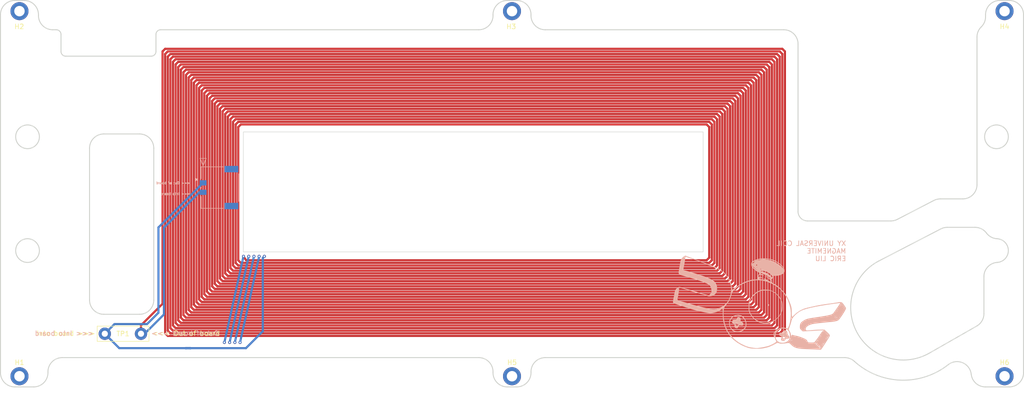
<source format=kicad_pcb>
(kicad_pcb (version 20221018) (generator pcbnew)
  (title_block (title "Magnemite ") (date "2024-05-08") (rev "2.0") (comment 1 "Designed by: Eric Liu"))
  (layers (0 "F.Cu" signal) (1 "In1.Cu" signal) (2 "In2.Cu" signal) (3 "In3.Cu" signal) (4 "In4.Cu" signal) (31 "B.Cu" signal) (34 "B.Paste" user) (35 "F.Paste" user) (36 "B.SilkS" user "B.Silkscreen") (37 "F.SilkS" user "F.Silkscreen") (38 "B.Mask" user) (39 "F.Mask" user) (44 "Edge.Cuts" user))
  (net 0 "")
  (net 7 "COIL_1")
  (net 8 "COIL_2")
  (footprint "MountingHole:MountingHole_2.2mm_M2_DIN965_Pad_TopBottom" (layer "F.Cu") (at 52.371631 50.586)
    (fp_text reference "H2" (at -0.047631 3.262) (layer "F.SilkS"))
    (fp_text value "~")
    (pad "1" thru_hole circle (at 0 0) (size 2.6 2.6) (drill 2.2) (layers "*.Cu" "*.Mask"))
    (pad "1" connect circle (at 0 0) (size 3.8 3.8) (layers "F.Cu" "F.Mask"))
    (pad "1" connect circle (at 0 0) (size 3.8 3.8) (layers "B.Cu" "B.Mask"))
  )
  (footprint "panels:TestPointConnection" (layer "F.Cu") (at 74.168 119.126)
    (fp_text reference "TP1" (at 0 -0.5 unlocked) (layer "F.SilkS"))
    (fp_text value "Start/End of Coil Series" hide)
    (pad "1" thru_hole circle (at -3.82 -0.5) (size 2.6 2.6) (drill 1.3) (layers "*.Cu" "*.Mask") (net 8 "COIL_2"))
    (pad "2" thru_hole circle (at 3.8 -0.5) (size 2.6 2.6) (drill 1.3) (layers "*.Cu" "*.Mask") (net 7 "COIL_1"))
  )
  (footprint "panels:2053380002" (layer "F.Cu") (at 91.053001 86.799003 -90)
    (fp_text reference "J1" hide)
    (fp_text value "2053380002" hide)
    (fp_text user "*" (at -0.693003 1.137001 90) (layer "B.SilkS") (effects (justify mirror)))
    (pad "1" smd rect (at 0 0 270) (size 1.1 1.45) (layers "B.Cu" "B.Paste" "B.Mask") (net 8 "COIL_2"))
    (pad "2" smd rect (at 2.000001 0 270) (size 1.1 1.45) (layers "B.Cu" "B.Paste" "B.Mask") (net 7 "COIL_1"))
    (pad "3" smd rect (at -2.894998 -5.974999 270) (size 1.35 2.899999) (layers "B.Cu" "B.Paste" "B.Mask"))
    (pad "4" smd rect (at 4.894997 -5.974999 270) (size 1.35 2.899999) (layers "B.Cu" "B.Paste" "B.Mask"))
  )
  (footprint "MountingHole:MountingHole_2.2mm_M2_DIN965_Pad_TopBottom" (layer "F.Cu") (at 156.121631 50.586)
    (fp_text reference "H3" (at -0.165631 3.262) (layer "F.SilkS"))
    (fp_text value "~")
    (pad "1" thru_hole circle (at 0 0) (size 2.6 2.6) (drill 2.2) (layers "*.Cu" "*.Mask"))
    (pad "1" connect circle (at 0 0) (size 3.8 3.8) (layers "F.Cu" "F.Mask"))
    (pad "1" connect circle (at 0 0) (size 3.8 3.8) (layers "B.Cu" "B.Mask"))
  )
  (footprint "MountingHole:MountingHole_2.2mm_M2_DIN965_Pad_TopBottom" (layer "F.Cu") (at 259.871631 127.586)
    (fp_text reference "H6" (at 0 -2.9) (layer "F.SilkS"))
    (fp_text value "~")
    (pad "1" thru_hole circle (at 0 0) (size 2.6 2.6) (drill 2.2) (layers "*.Cu" "*.Mask"))
    (pad "1" connect circle (at 0 0) (size 3.8 3.8) (layers "F.Cu" "F.Mask"))
    (pad "1" connect circle (at 0 0) (size 3.8 3.8) (layers "B.Cu" "B.Mask"))
  )
  (footprint "MountingHole:MountingHole_2.2mm_M2_DIN965_Pad_TopBottom" (layer "F.Cu") (at 156.121631 127.586)
    (fp_text reference "H5" (at 0 -2.9) (layer "F.SilkS"))
    (fp_text value "~")
    (pad "1" thru_hole circle (at 0 0) (size 2.6 2.6) (drill 2.2) (layers "*.Cu" "*.Mask"))
    (pad "1" connect circle (at 0 0) (size 3.8 3.8) (layers "F.Cu" "F.Mask"))
    (pad "1" connect circle (at 0 0) (size 3.8 3.8) (layers "B.Cu" "B.Mask"))
  )
  (footprint "MountingHole:MountingHole_2.2mm_M2_DIN965_Pad_TopBottom" (layer "F.Cu") (at 52.371631 127.586)
    (fp_text reference "H1" (at 0 -2.9) (layer "F.SilkS"))
    (fp_text value "~")
    (pad "1" thru_hole circle (at 0 0) (size 2.6 2.6) (drill 2.2) (layers "*.Cu" "*.Mask"))
    (pad "1" connect circle (at 0 0) (size 3.8 3.8) (layers "F.Cu" "F.Mask"))
    (pad "1" connect circle (at 0 0) (size 3.8 3.8) (layers "B.Cu" "B.Mask"))
  )
  (footprint "MountingHole:MountingHole_2.2mm_M2_DIN965_Pad_TopBottom" (layer "F.Cu") (at 259.871631 50.586)
    (fp_text reference "H4" (at 0 3.262) (layer "F.SilkS"))
    (fp_text value "~")
    (pad "1" thru_hole circle (at 0 0) (size 2.6 2.6) (drill 2.2) (layers "*.Cu" "*.Mask"))
    (pad "1" connect circle (at 0 0) (size 3.8 3.8) (layers "F.Cu" "F.Mask"))
    (pad "1" connect circle (at 0 0) (size 3.8 3.8) (layers "B.Cu" "B.Mask"))
  )
  (footprint "NetTie:NetTie-2_SMD_Pad0.5mm" (layer "B.Cu") (at 87.892 121.666 180)
    (fp_text reference "NT1" hide)
    (fp_text value "NetTie_2" hide)
    (fp_poly (pts (xy -0.5 0.25) (xy 0.5 0.25) (xy 0.5 -0.25) (xy -0.5 -0.25)) (fill solid) (layer "B.Cu"))
    (pad "1" smd circle (at -0.5 0 180) (size 0.5 0.5) (layers "B.Cu") (net 7 "COIL_1"))
    (pad "2" smd circle (at 0.5 0 180) (size 0.5 0.5) (layers "B.Cu") (net 8 "COIL_2"))
  )
  (footprint "panels:logo_magtorquer" (layer "B.Cu") (at 208.28 112.014 180)
    (fp_text reference "G***" hide)
    (fp_text value "LOGO" hide)
  )
  (gr_line (start 160.121631 126.836) (end 160.121631 126.661) (stroke (width 0.2)) (layer "Edge.Cuts"))
  (gr_arc (start 248.017869 125.143714) (mid 237.996342 128.412213) (end 228.232362 124.439949) (stroke (width 0.2)) (layer "Edge.Cuts"))
  (gr_arc (start 160.121631 126.661) (mid 161.000312 124.53969) (end 163.121631 123.661) (stroke (width 0.2)) (layer "Edge.Cuts"))
  (gr_line (start 163.121631 123.661) (end 226.215698 123.661) (stroke (width 0.2)) (layer "Edge.Cuts"))
  (gr_arc (start 59.371631 54.511) (mid 57.250291 53.632331) (end 56.371631 51.511) (stroke (width 0.2)) (layer "Edge.Cuts"))
  (gr_circle (center 258.171631 77.086) (end 258.171631 74.586) (stroke (width 0.2)) (fill none) (layer "Edge.Cuts"))
  (gr_arc (start 58.371631 126.836) (mid 57.492953 128.957331) (end 55.371631 129.836) (stroke (width 0.2)) (layer "Edge.Cuts"))
  (gr_line (start 70.134831 76.4899) (end 77.659631 76.4899) (stroke (width 0.2)) (layer "Edge.Cuts"))
  (gr_line (start 56.371631 51.511) (end 56.371631 51.336) (stroke (width 0.2)) (layer "Edge.Cuts"))
  (gr_arc (start 80.659631 111.5239) (mid 79.780953 113.645231) (end 77.659631 114.5239) (stroke (width 0.2)) (layer "Edge.Cuts"))
  (gr_arc (start 160.121631 126.836) (mid 159.242953 128.957331) (end 157.121631 129.836) (stroke (width 0.2)) (layer "Edge.Cuts"))
  (gr_arc (start 152.121631 51.511) (mid 151.242953 53.632331) (end 149.121631 54.511) (stroke (width 0.2)) (layer "Edge.Cuts"))
  (gr_arc (start 149.121631 123.661) (mid 151.242932 124.53969) (end 152.121631 126.661) (stroke (width 0.2)) (layer "Edge.Cuts"))
  (gr_line (start 157.121631 48.336) (end 155.121631 48.336) (stroke (width 0.2)) (layer "Edge.Cuts"))
  (gr_line (start 155.121631 129.836) (end 157.121631 129.836) (stroke (width 0.2)) (layer "Edge.Cuts"))
  (gr_line (start 77.659631 114.5239) (end 70.134831 114.5239) (stroke (width 0.2)) (layer "Edge.Cuts"))
  (gr_line (start 152.121631 126.661) (end 152.121631 126.836) (stroke (width 0.2)) (layer "Edge.Cuts"))
  (gr_arc (start 58.371631 126.661) (mid 59.250312 124.53969) (end 61.371631 123.661) (stroke (width 0.2)) (layer "Edge.Cuts"))
  (gr_arc (start 152.121631 51.336) (mid 153.000312 49.21469) (end 155.121631 48.336) (stroke (width 0.2)) (layer "Edge.Cuts"))
  (gr_line (start 255.834505 129.836) (end 260.871631 129.836) (stroke (width 0.2)) (layer "Edge.Cuts"))
  (gr_arc (start 155.121631 129.836) (mid 153.000291 128.957331) (end 152.121631 126.836) (stroke (width 0.2)) (layer "Edge.Cuts"))
  (gr_arc (start 157.121631 48.336) (mid 159.242932 49.21469) (end 160.121631 51.336) (stroke (width 0.2)) (layer "Edge.Cuts"))
  (gr_line (start 149.121631 54.511) (end 82.121631 54.511) (stroke (width 0.2)) (layer "Edge.Cuts"))
  (gr_arc (start 163.121631 54.511) (mid 161.000291 53.632331) (end 160.121631 51.511) (stroke (width 0.2)) (layer "Edge.Cuts"))
  (gr_line (start 81.121631 55.511) (end 81.121631 59.086) (stroke (width 0.2)) (layer "Edge.Cuts"))
  (gr_arc (start 81.121631 59.086) (mid 80.82874 59.793117) (end 80.121631 60.086) (stroke (width 0.2)) (layer "Edge.Cuts"))
  (gr_arc (start 67.134831 79.4899) (mid 68.013512 77.36859) (end 70.134831 76.4899) (stroke (width 0.2)) (layer "Edge.Cuts"))
  (gr_arc (start 51.371631 129.836) (mid 49.250291 128.957331) (end 48.371631 126.836) (stroke (width 0.2)) (layer "Edge.Cuts"))
  (gr_line (start 247.807463 96.186) (end 253.661528 96.186) (stroke (width 0.2)) (layer "Edge.Cuts"))
  (gr_arc (start 260.871631 48.336) (mid 262.992932 49.21469) (end 263.871631 51.336) (stroke (width 0.2)) (layer "Edge.Cuts"))
  (gr_line (start 160.121631 51.511) (end 160.121631 51.336) (stroke (width 0.2)) (layer "Edge.Cuts"))
  (gr_arc (start 48.371631 51.336) (mid 49.250312 49.21469) (end 51.371631 48.336) (stroke (width 0.2)) (layer "Edge.Cuts"))
  (gr_arc (start 81.121631 55.511) (mid 81.414526 54.803904) (end 82.121631 54.511) (stroke (width 0.2)) (layer "Edge.Cuts"))
  (gr_line (start 61.121631 59.086) (end 61.121631 55.511) (stroke (width 0.2)) (layer "Edge.Cuts"))
  (gr_line (start 61.371631 123.661) (end 149.121631 123.661) (stroke (width 0.2)) (layer "Edge.Cuts"))
  (gr_arc (start 254.066488 56.049108) (mid 254.301325 54.885557) (end 254.96906 53.904162) (stroke (width 0.2)) (layer "Edge.Cuts"))
  (gr_line (start 60.121631 54.511) (end 59.371631 54.511) (stroke (width 0.2)) (layer "Edge.Cuts"))
  (gr_arc (start 244.965495 90.522253) (mid 245.635316 90.27127) (end 246.345513 90.186) (stroke (width 0.2)) (layer "Edge.Cuts"))
  (gr_arc (start 253.661528 96.186) (mid 255.005385 96.503841) (end 256.064509 97.389982) (stroke (width 0.2)) (layer "Edge.Cuts"))
  (gr_arc (start 255.526488 114.395724) (mid 255.121468 115.901047) (end 254.015803 116.99994) (stroke (width 0.2)) (layer "Edge.Cuts"))
  (gr_line (start 235.908015 94.836) (end 218.371631 94.836) (stroke (width 0.2)) (layer "Edge.Cuts"))
  (gr_arc (start 255.871631 51.336) (mid 256.750312 49.21469) (end 258.871631 48.336) (stroke (width 0.2)) (layer "Edge.Cuts"))
  (gr_line (start 254.015803 116.99994) (end 244.041836 122.703911) (stroke (width 0.2)) (layer "Edge.Cuts"))
  (gr_line (start 152.121631 51.336) (end 152.121631 51.511) (stroke (width 0.2)) (layer "Edge.Cuts"))
  (gr_arc (start 258.306112 98.58962) (mid 260.671566 101.072567) (end 258.33293 103.580791) (stroke (width 0.2)) (layer "Edge.Cuts"))
  (gr_arc (start 77.659631 76.4899) (mid 79.780932 77.36859) (end 80.659631 79.4899) (stroke (width 0.2)) (layer "Edge.Cuts"))
  (gr_line (start 67.134831 111.5239) (end 67.134831 79.4899) (stroke (width 0.2)) (layer "Edge.Cuts"))
  (gr_arc (start 263.871631 126.836) (mid 262.992953 128.957331) (end 260.871631 129.836) (stroke (width 0.2)) (layer "Edge.Cuts"))
  (gr_arc (start 53.371631 48.336) (mid 55.492932 49.21469) (end 56.371631 51.336) (stroke (width 0.2)) (layer "Edge.Cuts"))
  (gr_arc (start 255.526488 106.57454) (mid 256.337789 104.522765) (end 258.33293 103.580791) (stroke (width 0.2)) (layer "Edge.Cuts"))
  (gr_arc (start 255.871631 51.759216) (mid 255.636794 52.922768) (end 254.96906 53.904162) (stroke (width 0.2)) (layer "Edge.Cuts"))
  (gr_arc (start 258.306112 98.58962) (mid 257.05196 98.23898) (end 256.064509 97.389982) (stroke (width 0.2)) (layer "Edge.Cuts"))
  (gr_line (start 254.066488 56.049108) (end 254.066488 87.186) (stroke (width 0.2)) (layer "Edge.Cuts"))
  (gr_line (start 251.066488 90.186) (end 246.345513 90.186) (stroke (width 0.2)) (layer "Edge.Cuts"))
  (gr_line (start 80.121631 60.086) (end 62.121631 60.086) (stroke (width 0.2)) (layer "Edge.Cuts"))
  (gr_circle (center 54.071631 77.086) (end 54.071631 74.586) (stroke (width 0.2)) (fill none) (layer "Edge.Cuts"))
  (gr_arc (start 226.215698 123.661) (mid 227.296645 123.862483) (end 228.232362 124.439949) (stroke (width 0.2)) (layer "Edge.Cuts"))
  (gr_line (start 255.526488 106.57454) (end 255.526488 114.395724) (stroke (width 0.2)) (layer "Edge.Cuts"))
  (gr_line (start 255.871631 51.336) (end 255.871631 51.759216) (stroke (width 0.2)) (layer "Edge.Cuts"))
  (gr_arc (start 70.134831 114.5239) (mid 68.013491 113.645231) (end 67.134831 111.5239) (stroke (width 0.2)) (layer "Edge.Cuts"))
  (gr_line (start 233.444793 103.248229) (end 246.427444 96.522253) (stroke (width 0.2)) (layer "Edge.Cuts"))
  (gr_arc (start 254.066488 87.186) (mid 253.187808 89.307316) (end 251.066488 90.186) (stroke (width 0.2)) (layer "Edge.Cuts"))
  (gr_line (start 48.371631 51.336) (end 48.371631 126.836) (stroke (width 0.2)) (layer "Edge.Cuts"))
  (gr_line (start 51.371631 129.836) (end 55.371631 129.836) (stroke (width 0.2)) (layer "Edge.Cuts"))
  (gr_arc (start 244.041836 122.703911) (mid 228.811572 118.385659) (end 233.444793 103.248229) (stroke (width 0.2)) (layer "Edge.Cuts"))
  (gr_line (start 216.371631 92.836) (end 216.371631 57.511) (stroke (width 0.2)) (layer "Edge.Cuts"))
  (gr_line (start 263.871631 126.836) (end 263.871631 51.336) (stroke (width 0.2)) (layer "Edge.Cuts"))
  (gr_arc (start 60.121631 54.511) (mid 60.828718 54.803904) (end 61.121631 55.511) (stroke (width 0.2)) (layer "Edge.Cuts"))
  (gr_line (start 244.965495 90.522253) (end 237.288034 94.499747) (stroke (width 0.2)) (layer "Edge.Cuts"))
  (gr_arc (start 62.121631 60.086) (mid 61.414505 59.793117) (end 61.121631 59.086) (stroke (width 0.2)) (layer "Edge.Cuts"))
  (gr_line (start 58.371631 126.836) (end 58.371631 126.661) (stroke (width 0.2)) (layer "Edge.Cuts"))
  (gr_arc (start 237.288034 94.499747) (mid 236.618211 94.75072) (end 235.908015 94.836) (stroke (width 0.2)) (layer "Edge.Cuts"))
  (gr_arc (start 248.017869 125.143714) (mid 251.03073 124.735427) (end 252.853068 127.169217) (stroke (width 0.2)) (layer "Edge.Cuts"))
  (gr_arc (start 255.834505 129.836) (mid 253.834488 129.072001) (end 252.853068 127.169217) (stroke (width 0.2)) (layer "Edge.Cuts"))
  (gr_line (start 213.371631 54.511) (end 163.121631 54.511) (stroke (width 0.2)) (layer "Edge.Cuts"))
  (gr_arc (start 213.371631 54.511) (mid 215.492932 55.38969) (end 216.371631 57.511) (stroke (width 0.2)) (layer "Edge.Cuts"))
  (gr_line (start 53.371631 48.336) (end 51.371631 48.336) (stroke (width 0.2)) (layer "Edge.Cuts"))
  (gr_circle (center 54.071631 101.086) (end 54.071631 98.586) (stroke (width 0.2)) (fill none) (layer "Edge.Cuts"))
  (gr_line (start 260.871631 48.336) (end 258.871631 48.336) (stroke (width 0.2)) (layer "Edge.Cuts"))
  (gr_rect (start 99.541305 76.058373) (end 196.378 101.362) (stroke (width 0.1)) (fill none) (layer "Edge.Cuts"))
  (gr_arc (start 218.371631 94.836) (mid 216.957398 94.250224) (end 216.371631 92.836) (stroke (width 0.2)) (layer "Edge.Cuts"))
  (gr_arc (start 246.427444 96.522253) (mid 247.097268 96.271283) (end 247.807463 96.186) (stroke (width 0.2)) (layer "Edge.Cuts"))
  (gr_line (start 80.659631 79.4899) (end 80.659631 111.5239) (stroke (width 0.2)) (layer "Edge.Cuts"))
  (gr_text "<<< Out of board" (at 88.392 87.122) (layer "B.SilkS") (effects (font (size 0.5 0.5) (thickness 0.125)) (justify left bottom mirror)))
  (gr_text "Out of board >>>" (at 94.488 119.126) (layer "B.SilkS") (effects (font (size 1 1)) (justify left bottom mirror)))
  (gr_text "<<< Into board" (at 88.392 89.408) (layer "B.SilkS") (effects (font (size 0.5 0.5) (thickness 0.125)) (justify left bottom mirror)))
  (gr_text "<<< Into board" (at 68.072 119.126) (layer "B.SilkS") (effects (font (size 1 1)) (justify left bottom mirror)))
  (gr_text "XY UNIVERSAL COIL\nMAGNEMITE \nERIC LIU" (at 226.568 103.378) (layer "B.SilkS") (effects (font (size 1 1)) (justify left bottom mirror)))
  (gr_text "<<< Out of board" (at 80.264 119.126) (layer "F.SilkS") (effects (font (size 1 1)) (justify left bottom)))
  (gr_text "Into board >>>" (at 55.88 119.126) (layer "F.SilkS") (effects (font (size 1 1)) (justify left bottom)))
  (segment (start 212.511 117.43) (end 212.511 60.18) (width 0.45) (layer "F.Cu") (net 7))
  (segment (start 206.461 112.48) (end 90.211 112.48) (width 0.45) (layer "F.Cu") (net 7))
  (segment (start 213.610999 59.08) (end 213.060999 58.53) (width 0.45) (layer "F.Cu") (net 7))
  (segment (start 208.661 62.93) (end 209.211 63.48) (width 0.45) (layer "F.Cu") (net 7))
  (segment (start 203.711 108.629999) (end 203.161 109.18) (width 0.45) (layer "F.Cu") (net 7))
  (segment (start 85.261 60.73) (end 210.860999 60.73) (width 0.45) (layer "F.Cu") (net 7))
  (segment (start 85.811 116.88) (end 85.261 116.33) (width 0.45) (layer "F.Cu") (net 7))
  (segment (start 208.110999 114.13) (end 88.561 114.13) (width 0.45) (layer "F.Cu") (net 7))
  (segment (start 202.060999 69.53) (end 202.610999 70.08) (width 0.45) (layer "F.Cu") (net 7))
  (segment (start 198.761 104.78) (end 97.911 104.78) (width 0.45) (layer "F.Cu") (net 7))
  (segment (start 92.411 68.98) (end 92.411 109.179999) (width 0.45) (layer "F.Cu") (net 7))
  (segment (start 211.961 60.73) (end 211.961 116.879999) (width 0.45) (layer "F.Cu") (net 7))
  (segment (start 92.411 67.88) (end 203.711 67.88) (width 0.45) (layer "F.Cu") (net 7))
  (segment (start 94.611 70.08) (end 201.511 70.08) (width 0.45) (layer "F.Cu") (net 7))
  (segment (start 94.061 108.63) (end 93.511 108.08) (width 0.45) (layer "F.Cu") (net 7))
  (segment (start 199.860999 71.73) (end 200.410999 72.28) (width 0.45) (layer "F.Cu") (net 7))
  (segment (start 200.410999 72.28) (end 200.410999 105.33) (width 0.45) (layer "F.Cu") (net 7))
  (segment (start 212.511 118.53) (end 213.061 117.98) (width 0.45) (layer "F.Cu") (net 7))
  (segment (start 89.111 113.58) (end 88.561 113.03) (width 0.45) (layer "F.Cu") (net 7))
  (segment (start 198.761 72.83) (end 199.311 73.38) (width 0.45) (layer "F.Cu") (net 7))
  (segment (start 197.110999 103.13) (end 100.111 103.13) (width 0.45) (layer "F.Cu") (net 7))
  (segment (start 96.811 72.28) (end 199.310999 72.28) (width 0.45) (layer "F.Cu") (net 7))
  (segment (start 197.660999 75.03) (end 197.660999 102.58) (width 0.45) (layer "F.Cu") (net 7))
  (segment (start 203.161 109.18) (end 93.511 109.18) (width 0.45) (layer "F.Cu") (net 7))
  (segment (start 77.968 116.85) (end 77.968 118.626) (width 0.45) (layer "F.Cu") (net 7))
  (segment (start 84.161 117.43) (end 84.711 117.98) (width 0.45) (layer "F.Cu") (net 7))
  (segment (start 90.211 66.78) (end 90.211 111.38) (width 0.45) (layer "F.Cu") (net 7))
  (segment (start 200.410999 105.33) (end 199.860999 105.88) (width 0.45) (layer "F.Cu") (net 7))
  (segment (start 200.411 106.43) (end 96.261 106.43) (width 0.45) (layer "F.Cu") (net 7))
  (segment (start 90.761 66.23) (end 205.360999 66.23) (width 0.45) (layer "F.Cu") (net 7))
  (segment (start 88.561 65.13) (end 88.561 113.03) (width 0.45) (layer "F.Cu") (net 7))
  (segment (start 213.060999 119.08) (end 213.610999 118.53) (width 0.45) (layer "F.Cu") (net 7))
  (segment (start 204.810999 66.78) (end 205.360999 67.33) (width 0.45) (layer "F.Cu") (net 7))
  (segment (start 199.860999 104.78) (end 199.310999 105.33) (width 0.45) (layer "F.Cu") (net 7))
  (segment (start 204.811 67.88) (end 204.811 109.73) (width 0.45) (layer "F.Cu") (net 7))
  (segment (start 205.911 65.68) (end 206.461 66.23) (width 0.45) (layer "F.Cu") (net 7))
  (segment (start 205.360999 110.28) (end 204.810999 110.83) (width 0.45) (layer "F.Cu") (net 7))
  (segment (start 204.261 67.33) (end 204.811 67.88) (width 0.45) (layer "F.Cu") (net 7))
  (segment (start 204.261 68.43) (end 204.261 109.18) (width 0.45) (layer "F.Cu") (net 7))
  (segment (start 97.911 74.48) (end 98.461 73.93) (width 0.45) (layer "F.Cu") (net 7))
  (segment (start 208.660999 64.03) (end 208.660999 113.58) (width 0.45) (layer "F.Cu") (net 7))
  (segment (start 208.660999 113.58) (end 208.110999 114.13) (width 0.45) (layer "F.Cu") (net 7))
  (segment (start 197.661 73.93) (end 198.211 74.48) (width 0.45) (layer "F.Cu") (net 7))
  (segment (start 197.110999 74.48) (end 197.660999 75.03) (width 0.45) (layer "F.Cu") (net 7))
  (segment (start 198.761 103.68) (end 198.211 104.23) (width 0.45) (layer "F.Cu") (net 7))
  (segment (start 92.961 109.73) (end 92.411 109.18) (width 0.45) (layer "F.Cu") (net 7))
  (segment (start 94.611 71.18) (end 94.611 106.98) (width 0.45) (layer "F.Cu") (net 7))
  (segment (start 213.060999 58.53) (end 83.061 58.53) (width 0.45) (layer "F.Cu") (net 7))
  (segment (start 202.610999 68.98) (end 203.160999 69.53) (width 0.45) (layer "F.Cu") (net 7))
  (segment (start 83.061 118.53) (end 83.611 119.08) (width 0.45) (layer "F.Cu") (net 7))
  (segment (start 210.310999 61.28) (end 210.860999 61.83) (width 0.45) (layer "F.Cu") (net 7))
  (segment (start 96.261 72.83) (end 96.261 105.329999) (width 0.45) (layer "F.Cu") (net 7))
  (segment (start 97.911 73.38) (end 198.211 73.38) (width 0.45) (layer "F.Cu") (net 7))
  (segment (start 209.761 115.78) (end 86.911 115.78) (width 0.45) (layer "F.Cu") (net 7))
  (segment (start 86.911 63.48) (end 86.911 114.679999) (width 0.45) (layer "F.Cu") (net 7))
  (segment (start 198.211 73.38) (end 198.761 73.93) (width 0.45) (layer "F.Cu") (net 7))
  (segment (start 206.461 65.13) (end 207.011 65.68) (width 0.45) (layer "F.Cu") (net 7))
  (segment (start 207.011 113.03) (end 89.661 113.03) (width 0.45) (layer "F.Cu") (net 7))
  (segment (start 85.811 62.38) (end 85.811 115.78) (width 0.45) (layer "F.Cu") (net 7))
  (segment (start 204.261 109.18) (end 203.711 109.73) (width 0.45) (layer "F.Cu") (net 7))
  (segment (start 96.811 73.38) (end 96.811 104.78) (width 0.45) (layer "F.Cu") (net 7))
  (segment (start 93.511 70.08) (end 94.061 69.53) (width 0.45) (layer "F.Cu") (net 7))
  (segment (start 202.610999 108.63) (end 94.061 108.63) (width 0.45) (layer "F.Cu") (net 7))
  (segment (start 88.011 64.58) (end 88.561 64.03) (width 0.45) (layer "F.Cu") (net 7))
  (segment (start 207.560999 64.03) (end 208.110999 64.58) (width 0.45) (layer "F.Cu") (net 7))
  (segment (start 201.511 70.08) (end 202.061 70.63) (width 0.45) (layer "F.Cu") (net 7))
  (segment (start 202.061 70.63) (end 202.061 106.98) (width 0.45) (layer "F.Cu") (net 7))
  (segment (start 99.011 74.48) (end 197.110999 74.48) (width 0.45) (layer "F.Cu") (net 7))
  (segment (start 86.361 62.93) (end 86.361 115.23) (width 0.45) (layer "F.Cu") (net 7))
  (segment (start 98.461 75.03) (end 98.461 103.129999) (width 0.45) (layer "F.Cu") (net 7))
  (segment (start 91.311 66.78) (end 204.810999 66.78) (width 0.45) (layer "F.Cu") (net 7))
  (segment (start 208.110999 64.58) (end 208.110999 113.03) (width 0.45) (layer "F.Cu") (net 7))
  (segment (start 203.711 67.88) (end 204.261 68.43) (width 0.45) (layer "F.Cu") (net 7))
  (segment (start 202.610999 70.08) (end 202.610999 107.53) (width 0.45) (layer "F.Cu") (net 7))
  (segment (start 94.611 108.08) (end 94.061 107.53) (width 0.45) (layer "F.Cu") (net 7))
  (segment (start 84.711 61.28) (end 84.711 116.88) (width 0.45) (layer "F.Cu") (net 7))
  (segment (start 209.761 62.93) (end 209.761 114.68) (width 0.45) (layer "F.Cu") (net 7))
  (segment (start 198.211 104.23) (end 98.461 104.23) (width 0.45) (layer "F.Cu") (net 7))
  (segment (start 88.561 114.13) (end 88.011 113.58) (width 0.45) (layer "F.Cu") (net 7))
  (segment (start 89.111 65.68) (end 89.111 112.48) (width 0.45) (layer "F.Cu") (net 7))
  (segment (start 202.060999 108.08) (end 94.611 108.08) (width 0.45) (layer "F.Cu") (net 7))
  (segment (start 97.361 105.33) (end 96.811 104.78) (width 0.45) (layer "F.Cu") (net 7))
  (segment (start 210.311 62.38) (end 210.311 115.23) (width 0.45) (layer "F.Cu") (net 7))
  (segment (start 87.461 64.03) (end 87.461 114.13) (width 0.45) (layer "F.Cu") (net 7))
  (segment (start 89.661 66.23) (end 90.211 65.68) (width 0.45) (layer "F.Cu") (net 7))
  (segment (start 95.161 71.73) (end 95.711 71.18) (width 0.45) (layer "F.Cu") (net 7))
  (segment (start 203.160999 69.53) (end 203.160999 108.08) (width 0.45) (layer "F.Cu") (net 7))
  (segment (start 97.911 74.48) (end 97.911 103.679999) (width 0.45) (layer "F.Cu") (net 7))
  (segment (start 203.711 68.98) (end 203.711 108.629999) (width 0.45) (layer "F.Cu") (net 7))
  (segment (start 95.161 71.73) (end 95.161 106.429999) (width 0.45) (layer "F.Cu") (net 7))
  (segment (start 211.961 116.879999) (end 211.411 117.43) (width 0.45) (layer "F.Cu") (net 7))
  (segment (start 93.511 68.98) (end 202.610999 68.98) (width 0.45) (layer "F.Cu") (net 7))
  (segment (start 89.661 113.03) (end 89.111 112.48) (width 0.45) (layer "F.Cu") (net 7))
  (segment (start 85.811 61.28) (end 210.310999 61.28) (width 0.45) (layer "F.Cu") (net 7))
  (segment (start 92.961 69.53) (end 92.961 108.63) (width 0.45) (layer "F.Cu") (net 7))
  (segment (start 204.810999 110.83) (end 91.861 110.83) (width 0.45) (layer "F.Cu") (net 7))
  (segment (start 90.211 65.68) (end 205.911 65.68) (width 0.45) (layer "F.Cu") (net 7))
  (segment (start 210.860999 60.73) (end 211.410999 61.28) (width 0.45) (layer "F.Cu") (net 7))
  (segment (start 201.511 107.53) (end 95.161 107.53) (width 0.45) (layer "F.Cu") (net 7))
  (segment (start 206.461 111.379999) (end 205.911 111.93) (width 0.45) (layer "F.Cu") (net 7))
  (segment (start 211.961 117.98) (end 212.511 117.43) (width 0.45) (layer "F.Cu") (net 7))
  (segment (start 90.761 67.33) (end 90.761 110.829999) (width 0.45) (layer "F.Cu") (net 7))
  (segment (start 198.761 73.93) (end 198.761 103.68) (width 0.45) (layer "F.Cu") (net 7))
  (segment (start 200.411 71.18) (end 200.961 71.73) (width 0.45) (layer "F.Cu") (net 7))
  (segment (start 83.611 117.98) (end 84.161 118.53) (width 0.45) (layer "F.Cu") (net 7))
  (segment (start 88.561 65.13) (end 89.111 64.58) (width 0.45) (layer "F.Cu") (net 7))
  (segment (start 207.561 112.48) (end 207.011 113.03) (width 0.45) (layer "F.Cu") (net 7))
  (segment (start 95.711 72.28) (end 95.711 105.88) (width 0.45) (layer "F.Cu") (net 7))
  (segment (start 199.860999 105.88) (end 96.811 105.88) (width 0.45) (layer "F.Cu") (net 7))
  (segment (start 211.961 59.63) (end 84.161 59.63) (width 0.45) (layer "F.Cu") (net 7))
  (segment (start 203.161 68.43) (end 203.711 68.98) (width 0.45) (layer "F.Cu") (net 7))
  (segment (start 207.011 65.68) (end 207.011 111.93) (width 0.45) (layer "F.Cu") (net 7))
  (segment (start 92.961 69.53) (end 93.511 68.98) (width 0.45) (layer "F.Cu") (net 7))
  (segment (start 213.061 59.63) (end 212.511 59.08) (width 0.45) (layer "F.Cu") (net 7))
  (segment (start 207.011 111.93) (end 206.461 112.48) (width 0.45) (layer "F.Cu") (net 7))
  (segment (start 210.860999 61.83) (end 210.860999 115.78) (width 0.45) (layer "F.Cu") (net 7))
  (segment (start 203.160999 108.08) (end 202.610999 108.63) (width 0.45) (layer "F.Cu") (net 7))
  (segment (start 85.261 61.83) (end 85.811 61.28) (width 0.45) (layer "F.Cu") (net 7))
  (segment (start 210.860999 116.88) (end 85.811 116.88) (width 0.45) (layer "F.Cu") (net 7))
  (segment (start 89.111 64.58) (end 207.011 64.58) (width 0.45) (layer "F.Cu") (net 7))
  (segment (start 83.061 58.53) (end 82.511 59.08) (width 0.45) (layer "F.Cu") (net 7))
  (segment (start 205.910999 110.83) (end 205.360999 111.38) (width 0.45) (layer "F.Cu") (net 7))
  (segment (start 88.011 114.68) (end 87.461 114.129999) (width 0.45) (layer "F.Cu") (net 7))
  (segment (start 205.360999 67.33) (end 205.360999 110.28) (width 0.45) (layer "F.Cu") (net 7))
  (segment (start 87.461 62.93) (end 208.661 62.93) (width 0.45) (layer "F.Cu") (net 7))
  (segment (start 200.961 105.879999) (end 200.411 106.43) (width 0.45) (layer "F.Cu") (net 7))
  (segment (start 91.311 111.38) (end 90.761 110.83) (width 0.45) (layer "F.Cu") (net 7))
  (segment (start 83.611 119.08) (end 213.060999 119.08) (width 0.45) (layer "F.Cu") (net 7))
  (segment (start 91.861 68.43) (end 91.861 109.73) (width 0.45) (layer "F.Cu") (net 7))
  (segment (start 96.261 71.73) (end 199.860999 71.73) (width 0.45) (layer "F.Cu") (net 7))
  (segment (start 88.011 64.58) (end 88.011 113.579999) (width 0.45) (layer "F.Cu") (net 7))
  (segment (start 209.211 114.129999) (end 208.661 114.68) (width 0.45) (layer "F.Cu") (net 7))
  (segment (start 90.211 112.48) (end 89.661 111.93) (width 0.45) (layer "F.Cu") (net 7))
  (segment (start 96.811 105.88) (end 96.261 105.33) (width 0.45) (layer "F.Cu") (net 7))
  (segment (start 200.961 71.73) (end 200.961 105.879999) (width 0.45) (layer "F.Cu") (net 7))
  (segment (start 87.461 115.23) (end 86.911 114.68) (width 0.45) (layer "F.Cu") (net 7))
  (segment (start 97.361 73.93) (end 97.911 73.38) (width 0.45) (layer "F.Cu") (net 7))
  (segment (start 209.761 114.68) (end 209.211 115.23) (width 0.45) (layer "F.Cu") (net 7))
  (segment (start 84.711 61.28) (end 85.261 60.73) (width 0.45) (layer "F.Cu") (net 7))
  (segment (start 97.911 104.78) (end 97.361 104.23) (width 0.45) (layer "F.Cu") (net 7))
  (segment (start 86.911 63.48) (end 87.461 62.93) (width 0.45) (layer "F.Cu") (net 7))
  (segment (start 93.511 70.08) (end 93.511 108.079999) (width 0.45) (layer "F.Cu") (net 7))
  (segment (start 201.511 71.18) (end 201.511 106.43) (width 0.45) (layer "F.Cu") (net 7))
  (segment (start 212.511 59.08) (end 83.611 59.08) (width 0.45) (layer "F.Cu") (net 7))
  (segment (start 211.410999 61.28) (end 211.410999 116.33) (width 0.45) (layer "F.Cu") (net 7))
  (segment (start 84.161 59.63) (end 83.611 60.18) (width 0.45) (layer "F.Cu") (net 7))
  (segment (start 89.661 65.13) (end 206.461 65.13) (width 0.45) (layer "F.Cu") (net 7))
  (segment (start 197.661 103.68) (end 99.011 103.68) (width 0.45) (layer "F.Cu") (net 7))
  (segment (start 97.361 73.93) (end 97.361 104.23) (width 0.45) (layer "F.Cu") (net 7))
  (segment (start 94.061 70.63) (end 94.611 70.08) (width 0.45) (layer "F.Cu") (net 7))
  (segment (start 213.061 117.98) (end 213.061 59.63) (width 0.45) (layer "F.Cu") (net 7))
  (segment (start 89.661 66.23) (end 89.661 111.929999) (width 0.45) (layer "F.Cu") (net 7))
  (segment (start 210.311 115.23) (end 209.761 115.78) (width 0.45) (layer "F.Cu") (net 7))
  (segment (start 205.911 111.93) (end 90.761 111.93) (width 0.45) (layer "F.Cu") (net 7))
  (segment (start 94.061 70.63) (end 94.061 107.53) (width 0.45) (layer "F.Cu") (net 7))
  (segment (start 98.461 104.23) (end 97.911 103.68) (width 0.45) (layer "F.Cu") (net 7))
  (segment (start 198.211 103.129999) (end 197.661 103.68) (width 0.45) (layer "F.Cu") (net 7))
  (segment (start 98.461 75.03) (end 99.011 74.48) (width 0.45) (layer "F.Cu") (net 7))
  (segment (start 92.961 68.43) (end 203.161 68.43) (width 0.45) (layer "F.Cu") (net 7))
  (segment (start 199.860999 72.83) (end 199.860999 104.78) (width 0.45) (layer "F.Cu") (net 7))
  (segment (start 95.161 70.63) (end 200.961 70.63) (width 0.45) (layer "F.Cu") (net 7))
  (segment (start 210.860999 115.78) (end 210.310999 116.33) (width 0.45) (layer "F.Cu") (net 7))
  (segment (start 82.511 59.08) (end 82.511 112.307) (width 0.45) (layer "F.Cu") (net 7))
  (segment (start 85.261 117.43) (end 84.711 116.879999) (width 0.45) (layer "F.Cu") (net 7))
  (segment (start 90.761 67.33) (end 91.311 66.78) (width 0.45) (layer "F.Cu") (net 7))
  (segment (start 90.761 111.93) (end 90.211 111.379999) (width 0.45) (layer "F.Cu") (net 7))
  (segment (start 91.311 67.88) (end 91.311 110.28) (width 0.45) (layer "F.Cu") (net 7))
  (segment (start 202.610999 107.53) (end 202.060999 108.08) (width 0.45) (layer "F.Cu") (net 7))
  (segment (start 87.461 64.03) (end 88.011 63.48) (width 0.45) (layer "F.Cu") (net 7))
  (segment (start 209.211 115.23) (end 87.461 115.23) (width 0.45) (layer "F.Cu") (net 7))
  (segment (start 93.511 109.18) (end 92.961 108.629999) (width 0.45) (layer "F.Cu") (net 7))
  (segment (start 86.361 62.93) (end 86.911 62.38) (width 0.45) (layer "F.Cu") (net 7))
  (segment (start 83.611 60.18) (end 83.611 117.98) (width 0.45) (layer "F.Cu") (net 7))
  (segment (start 85.811 62.38) (end 86.361 61.83) (width 0.45) (layer "F.Cu") (net 7))
  (segment (start 199.311 73.38) (end 199.311 104.23) (width 0.45) (layer "F.Cu") (net 7))
  (segment (start 88.011 63.48) (end 208.110999 63.48) (width 0.45) (layer "F.Cu") (net 7))
  (segment (start 85.261 61.83) (end 85.261 116.329999) (width 0.45) (layer "F.Cu") (net 7))
  (segment (start 90.211 66.78) (end 90.761 66.23) (width 0.45) (layer "F.Cu") (net 7))
  (segment (start 100.111 103.13) (end 99.561 102.305) (width 0.45) (layer "F.Cu") (net 7))
  (segment (start 212.511 60.18) (end 211.961 59.63) (width 0.45) (layer "F.Cu") (net 7))
  (segment (start 209.211 62.38) (end 209.761 62.93) (width 0.45) (layer "F.Cu") (net 7))
  (segment (start 84.711 117.98) (end 211.961 117.98) (width 0.45) (layer "F.Cu") (net 7))
  (segment (start 96.261 106.43) (end 95.711 105.879999) (width 0.45) (layer "F.Cu") (net 7))
  (segment (start 207.560999 113.58) (end 89.111 113.58) (width 0.45) (layer "F.Cu") (net 7))
  (segment (start 82.511 112.307) (end 77.968 116.85) (width 0.45) (layer "F.Cu") (net 7))
  (segment (start 200.961 106.98) (end 95.711 106.98) (width 0.45) (layer "F.Cu") (net 7))
  (segment (start 89.111 65.68) (end 89.661 65.13) (width 0.45) (layer "F.Cu") (net 7))
  (segment (start 211.410999 116.33) (end 210.860999 116.88) (width 0.45) (layer "F.Cu") (net 7))
  (segment (start 209.761 61.83) (end 210.311 62.38) (width 0.45) (layer "F.Cu") (net 7))
  (segment (start 207.561 65.13) (end 207.561 112.48) (width 0.45) (layer "F.Cu") (net 7))
  (segment (start 95.711 106.98) (end 95.161 106.43) (width 0.45) (layer "F.Cu") (net 7))
  (segment (start 95.711 72.28) (end 96.261 71.73) (width 0.45) (layer "F.Cu") (net 7))
  (segment (start 205.360999 66.23) (end 205.910999 66.78) (width 0.45) (layer "F.Cu") (net 7))
  (segment (start 83.611 59.08) (end 83.061 59.63) (width 0.45) (layer "F.Cu") (net 7))
  (segment (start 204.811 109.73) (end 204.261 110.28) (width 0.45) (layer "F.Cu") (net 7))
  (segment (start 84.161 60.73) (end 84.161 117.429999) (width 0.45) (layer "F.Cu") (net 7))
  (segment (start 201.511 106.43) (end 200.961 106.98) (width 0.45) (layer "F.Cu") (net 7))
  (segment (start 208.110999 63.48) (end 208.660999 64.03) (width 0.45) (layer "F.Cu") (net 7))
  (segment (start 86.361 61.83) (end 209.761 61.83) (width 0.45) (layer "F.Cu") (net 7))
  (segment (start 91.861 67.33) (end 204.261 67.33) (width 0.45) (layer "F.Cu") (net 7))
  (segment (start 98.461 73.93) (end 197.661 73.93) (width 0.45) (layer "F.Cu") (net 7))
  (segment (start 198.211 74.48) (end 198.211 103.129999) (width 0.45) (layer "F.Cu") (net 7))
  (segment (start 209.211 63.48) (end 209.211 114.129999) (width 0.45) (layer "F.Cu") (net 7))
  (segment (start 203.711 109.73) (end 92.961 109.73) (width 0.45) (layer "F.Cu") (net 7))
  (segment (start 84.161 60.73) (end 84.711 60.18) (width 0.45) (layer "F.Cu") (net 7))
  (segment (start 197.660999 102.58) (end 197.110999 103.13) (width 0.45) (layer "F.Cu") (net 7))
  (segment (start 86.361 116.33) (end 85.811 115.78) (width 0.45) (layer "F.Cu") (net 7))
  (segment (start 84.711 60.18) (end 211.411 60.18) (width 0.45) (layer "F.Cu") (net 7))
  (segment (start 200.961 70.63) (end 201.511 71.18) (width 0.45) (layer "F.Cu") (net 7))
  (segment (start 213.610999 118.53) (end 213.610999 59.08) (width 0.45) (layer "F.Cu") (net 7))
  (segment (start 206.461 66.23) (end 206.461 111.379999) (width 0.45) (layer "F.Cu") (net 7))
  (segment (start 91.311 67.88) (end 91.861 67.33) (width 0.45) (layer "F.Cu") (net 7))
  (segment (start 199.310999 72.28) (end 199.860999 72.83) (width 0.45) (layer "F.Cu") (net 7))
  (segment (start 84.161 118.53) (end 212.511 118.53) (width 0.45) (layer "F.Cu") (net 7))
  (segment (start 199.310999 105.33) (end 97.361 105.33) (width 0.45) (layer "F.Cu") (net 7))
  (segment (start 205.360999 111.38) (end 91.311 111.38) (width 0.45) (layer "F.Cu") (net 7))
  (segment (start 211.411 60.18) (end 211.961 60.73) (width 0.45) (layer "F.Cu") (net 7))
  (segment (start 210.310999 116.33) (end 86.361 116.33) (width 0.45) (layer "F.Cu") (net 7))
  (segment (start 91.861 68.43) (end 92.411 67.88) (width 0.45) (layer "F.Cu") (net 7))
  (segment (start 202.061 106.98) (end 201.511 107.53) (width 0.45) (layer "F.Cu") (net 7))
  (segment (start 94.611 71.18) (end 95.161 70.63) (width 0.45) (layer "F.Cu") (net 7))
  (segment (start 199.311 104.23) (end 198.761 104.78) (width 0.45) (layer "F.Cu") (net 7))
  (segment (start 94.061 69.53) (end 202.060999 69.53) (width 0.45) (layer "F.Cu") (net 7))
  (segment (start 208.661 114.68) (end 88.011 114.68) (width 0.45) (layer "F.Cu") (net 7))
  (segment (start 92.411 110.28) (end 91.861 109.73) (width 0.45) (layer "F.Cu") (net 7))
  (segment (start 86.911 62.38) (end 209.211 62.38) (width 0.45) (layer "F.Cu") (net 7))
  (segment (start 96.811 73.38) (end 97.361 72.83) (width 0.45) (layer "F.Cu") (net 7))
  (segment (start 91.861 110.83) (end 91.311 110.28) (width 0.45) (layer "F.Cu") (net 7))
  (segment (start 86.911 115.78) (end 86.361 115.23) (width 0.45) (layer "F.Cu") (net 7))
  (segment (start 83.061 59.63) (end 83.061 118.53) (width 0.45) (layer "F.Cu") (net 7))
  (segment (start 96.261 72.83) (end 96.811 72.28) (width 0.45) (layer "F.Cu") (net 7))
  (segment (start 95.161 107.53) (end 94.611 106.98) (width 0.45) (layer "F.Cu") (net 7))
  (segment (start 92.411 68.98) (end 92.961 68.43) (width 0.45) (layer "F.Cu") (net 7))
  (segment (start 88.561 64.03) (end 207.560999 64.03) (width 0.45) (layer "F.Cu") (net 7))
  (segment (start 207.011 64.58) (end 207.561 65.13) (width 0.45) (layer "F.Cu") (net 7))
  (segment (start 99.011 103.68) (end 98.461 103.129999) (width 0.45) (layer "F.Cu") (net 7))
  (segment (start 205.910999 66.78) (end 205.910999 110.83) (width 0.45) (layer "F.Cu") (net 7))
  (segment (start 208.110999 113.03) (end 207.560999 113.58) (width 0.45) (layer "F.Cu") (net 7))
  (segment (start 211.411 117.43) (end 85.261 117.43) (width 0.45) (layer "F.Cu") (net 7))
  (segment (start 97.361 72.83) (end 198.761 72.83) (width 0.45) (layer "F.Cu") (net 7))
  (segment (start 95.711 71.18) (end 200.411 71.18) (width 0.45) (layer "F.Cu") (net 7))
  (segment (start 204.261 110.28) (end 92.411 110.28) (width 0.45) (layer "F.Cu") (net 7))
  (via (at 97.735999 120.454999) (size 0.65) (drill 0.3) (layers "F.Cu" "B.Cu") (net 7))
  (via (at 100.660999 102.305) (size 0.65) (drill 0.3) (layers "F.Cu" "B.Cu") (net 7))
  (via (at 102.860999 102.305) (size 0.65) (drill 0.3) (layers "F.Cu" "B.Cu") (net 7))
  (via (at 96.636 120.454999) (size 0.65) (drill 0.3) (layers "F.Cu" "B.Cu") (net 7))
  (via (at 101.761 102.305) (size 0.65) (drill 0.3) (layers "F.Cu" "B.Cu") (net 7))
  (via (at 103.961 102.305) (size 0.65) (drill 0.3) (layers "F.Cu" "B.Cu") (net 7))
  (via (at 98.836 120.454999) (size 0.65) (drill 0.3) (layers "F.Cu" "B.Cu") (net 7))
  (via (at 99.561 102.305) (size 0.65) (drill 0.3) (layers "F.Cu" "B.Cu") (net 7))
  (via (at 95.535999 120.454999) (size 0.65) (drill 0.3) (layers "F.Cu" "B.Cu") (net 7))
  (segment (start 82.804 96.266) (end 82.804 114.554) (width 0.45) (layer "B.Cu") (net 7))
  (segment (start 78.732 118.626) (end 77.968 118.626) (width 0.45) (layer "B.Cu") (net 7))
  (segment (start 82.804 114.554) (end 78.732 118.626) (width 0.45) (layer "B.Cu") (net 7))
  (segment (start 98.836 120.454999) (end 102.860999 102.305) (width 0.45) (layer "B.Cu") (net 7))
  (segment (start 91.053001 88.799004) (end 90.270996 88.799004) (width 0.45) (layer "B.Cu") (net 7))
  (segment (start 100.076 121.666) (end 103.632 118.11) (width 0.45) (layer "B.Cu") (net 7))
  (segment (start 95.535999 120.454999) (end 99.561 102.305) (width 0.45) (layer "B.Cu") (net 7))
  (segment (start 103.632 118.11) (end 103.632 102.634) (width 0.45) (layer "B.Cu") (net 7))
  (segment (start 90.270996 88.799004) (end 82.804 96.266) (width 0.45) (layer "B.Cu") (net 7))
  (segment (start 96.636 120.454999) (end 100.660999 102.305) (width 0.45) (layer "B.Cu") (net 7))
  (segment (start 88.392 121.666) (end 100.076 121.666) (width 0.45) (layer "B.Cu") (net 7))
  (segment (start 103.632 102.634) (end 103.961 102.305) (width 0.45) (layer "B.Cu") (net 7))
  (segment (start 97.735999 120.454999) (end 101.761 102.305) (width 0.45) (layer "B.Cu") (net 7))
  (segment (start 81.646 114.188) (end 79.248 116.586) (width 0.45) (layer "B.Cu") (net 8))
  (segment (start 81.646 96.206004) (end 81.646 114.188) (width 0.45) (layer "B.Cu") (net 8))
  (segment (start 72.388 116.586) (end 70.348 118.626) (width 0.45) (layer "B.Cu") (net 8))
  (segment (start 79.248 116.586) (end 72.388 116.586) (width 0.45) (layer "B.Cu") (net 8))
  (segment (start 91.053001 86.799003) (end 81.646 96.206004) (width 0.45) (layer "B.Cu") (net 8))
  (segment (start 73.388 121.666) (end 70.348 118.626) (width 0.45) (layer "B.Cu") (net 8))
  (segment (start 87.392 121.666) (end 73.388 121.666) (width 0.45) (layer "B.Cu") (net 8))
)
</source>
